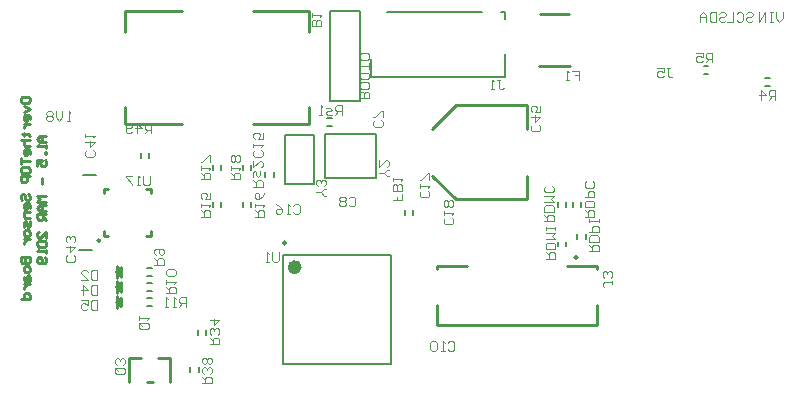
<source format=gbo>
G04*
G04 #@! TF.GenerationSoftware,Altium Limited,CircuitStudio,1.5.2 (1.5.2.30)*
G04*
G04 Layer_Color=13948096*
%FSAX24Y24*%
%MOIN*%
G70*
G01*
G75*
%ADD81C,0.0100*%
%ADD82C,0.0079*%
%ADD83C,0.0030*%
%ADD84C,0.0040*%
%ADD162C,0.0098*%
%ADD163C,0.0236*%
D81*
X028763Y016492D02*
G03*
X028763Y016492I-000044J000000D01*
G01*
X012846Y017055D02*
G03*
X012846Y017055I-000041J000000D01*
G01*
X013539Y014862D02*
G03*
X013402Y015000I-000138J000000D01*
G01*
D02*
G03*
X013539Y015138I000000J000138D01*
G01*
Y015361D02*
G03*
X013400Y015500I-000139J000000D01*
G01*
D02*
G03*
X013539Y015639I000000J000139D01*
G01*
Y015861D02*
G03*
X013400Y016000I-000139J000000D01*
G01*
D02*
G03*
X013539Y016139I000000J000139D01*
G01*
X024093Y014228D02*
X024093Y014917D01*
X024093Y014228D02*
X029407D01*
X029407Y014917D02*
X029407Y014228D01*
X029407Y016098D02*
Y016197D01*
X024093Y016098D02*
Y016197D01*
X025077D01*
X028423D02*
X029407D01*
X027488Y022864D02*
X028512D01*
X027508Y024616D02*
X028492D01*
X013461Y015000D02*
X013539D01*
Y014862D02*
Y015000D01*
Y014862D02*
Y015138D01*
Y015843D02*
Y016157D01*
Y015843D02*
Y016000D01*
X013461D02*
X013539D01*
Y015343D02*
Y015657D01*
Y015343D02*
Y015500D01*
X013461D02*
X013539D01*
X027075Y020787D02*
Y021575D01*
X024713D02*
X027075D01*
X023925Y020787D02*
X024713Y021575D01*
X023925Y019213D02*
X024713Y018425D01*
X027075D01*
Y019213D01*
X013679Y024718D02*
X015569D01*
X013679Y024010D02*
Y024718D01*
X017931D02*
X019821D01*
Y024010D02*
Y024718D01*
Y020939D02*
Y021490D01*
X017931Y020939D02*
X019821D01*
X013679D02*
X015569D01*
X013679D02*
Y021490D01*
X012963Y017213D02*
X013120D01*
X012963D02*
Y017370D01*
X014380Y017213D02*
X014537D01*
Y017370D01*
Y018630D02*
Y018787D01*
X014380D02*
X014537D01*
X012963D02*
X013120D01*
X012963Y018630D02*
Y018787D01*
X013811Y013144D02*
X014205D01*
X013811Y012356D02*
Y013144D01*
X014402Y012356D02*
X014598D01*
X014795Y013144D02*
X015189D01*
Y012356D02*
Y013144D01*
X013400Y015000D02*
X013402D01*
X013400D02*
X013402D01*
X013400Y014800D02*
Y015200D01*
Y015300D02*
Y015700D01*
X013539Y015843D02*
Y015861D01*
X013400Y015800D02*
Y016200D01*
X010200Y021700D02*
Y021800D01*
X010250Y021850D01*
X010450D01*
X010500Y021800D01*
Y021700D01*
X010450Y021650D01*
X010250D01*
X010200Y021700D01*
X010300Y021550D02*
X010500Y021450D01*
X010300Y021350D01*
X010500Y021100D02*
Y021200D01*
X010450Y021250D01*
X010350D01*
X010300Y021200D01*
Y021100D01*
X010350Y021050D01*
X010400D01*
Y021250D01*
X010300Y020950D02*
X010500D01*
X010400D01*
X010350Y020900D01*
X010300Y020850D01*
Y020800D01*
X010250Y020600D02*
X010300D01*
Y020650D01*
Y020550D01*
Y020600D01*
X010450D01*
X010500Y020550D01*
X010200Y020400D02*
X010500D01*
X010350D01*
X010300Y020350D01*
Y020251D01*
X010350Y020201D01*
X010500D01*
Y019951D02*
Y020051D01*
X010450Y020101D01*
X010350D01*
X010300Y020051D01*
Y019951D01*
X010350Y019901D01*
X010400D01*
Y020101D01*
X010200Y019801D02*
Y019601D01*
Y019701D01*
X010500D01*
X010200Y019351D02*
Y019451D01*
X010250Y019501D01*
X010450D01*
X010500Y019451D01*
Y019351D01*
X010450Y019301D01*
X010250D01*
X010200Y019351D01*
X010500Y019201D02*
X010200D01*
Y019051D01*
X010250Y019001D01*
X010350D01*
X010400Y019051D01*
Y019201D01*
X010250Y018401D02*
X010200Y018451D01*
Y018551D01*
X010250Y018601D01*
X010300D01*
X010350Y018551D01*
Y018451D01*
X010400Y018401D01*
X010450D01*
X010500Y018451D01*
Y018551D01*
X010450Y018601D01*
X010500Y018151D02*
Y018251D01*
X010450Y018301D01*
X010350D01*
X010300Y018251D01*
Y018151D01*
X010350Y018101D01*
X010400D01*
Y018301D01*
X010500Y018001D02*
X010300D01*
Y017851D01*
X010350Y017801D01*
X010500D01*
Y017701D02*
Y017551D01*
X010450Y017501D01*
X010400Y017551D01*
Y017651D01*
X010350Y017701D01*
X010300Y017651D01*
Y017501D01*
X010500Y017351D02*
Y017251D01*
X010450Y017201D01*
X010350D01*
X010300Y017251D01*
Y017351D01*
X010350Y017401D01*
X010450D01*
X010500Y017351D01*
X010300Y017102D02*
X010500D01*
X010400D01*
X010350Y017052D01*
X010300Y017002D01*
Y016952D01*
X010200Y016502D02*
X010500D01*
Y016352D01*
X010450Y016302D01*
X010400D01*
X010350Y016352D01*
Y016502D01*
Y016352D01*
X010300Y016302D01*
X010250D01*
X010200Y016352D01*
Y016502D01*
X010500Y016152D02*
Y016052D01*
X010450Y016002D01*
X010350D01*
X010300Y016052D01*
Y016152D01*
X010350Y016202D01*
X010450D01*
X010500Y016152D01*
X010300Y015852D02*
Y015752D01*
X010350Y015702D01*
X010500D01*
Y015852D01*
X010450Y015902D01*
X010400Y015852D01*
Y015702D01*
X010300Y015602D02*
X010500D01*
X010400D01*
X010350Y015552D01*
X010300Y015502D01*
Y015452D01*
X010200Y015102D02*
X010500D01*
Y015252D01*
X010450Y015302D01*
X010350D01*
X010300Y015252D01*
Y015102D01*
X011050Y020550D02*
X010850D01*
X010750Y020450D01*
X010850Y020350D01*
X011050D01*
X010900D01*
Y020550D01*
X011050Y020250D02*
Y020150D01*
Y020200D01*
X010750D01*
X010800Y020250D01*
X011050Y020000D02*
X011000D01*
Y019950D01*
X011050D01*
Y020000D01*
X010750Y019550D02*
Y019750D01*
X010900D01*
X010850Y019650D01*
Y019600D01*
X010900Y019550D01*
X011000D01*
X011050Y019600D01*
Y019700D01*
X011000Y019750D01*
X010900Y019150D02*
Y018951D01*
X011050Y018551D02*
X010750D01*
X010850Y018451D01*
X010750Y018351D01*
X011050D01*
Y018251D02*
X010850D01*
X010750Y018151D01*
X010850Y018051D01*
X011050D01*
X010900D01*
Y018251D01*
X011050Y017951D02*
X010750D01*
Y017801D01*
X010800Y017751D01*
X010900D01*
X010950Y017801D01*
Y017951D01*
Y017851D02*
X011050Y017751D01*
Y017151D02*
Y017351D01*
X010850Y017151D01*
X010800D01*
X010750Y017201D01*
Y017301D01*
X010800Y017351D01*
Y017051D02*
X010750Y017001D01*
Y016901D01*
X010800Y016851D01*
X011000D01*
X011050Y016901D01*
Y017001D01*
X011000Y017051D01*
X010800D01*
X011050Y016751D02*
Y016651D01*
Y016701D01*
X010750D01*
X010800Y016751D01*
X011000Y016501D02*
X011050Y016451D01*
Y016351D01*
X011000Y016301D01*
X010800D01*
X010750Y016351D01*
Y016451D01*
X010800Y016501D01*
X010850D01*
X010900Y016451D01*
Y016301D01*
D82*
X022049Y019136D02*
Y020593D01*
X020356D02*
X022049D01*
X020356Y019136D02*
Y020593D01*
Y019136D02*
X021385D01*
X021021D02*
X022049D01*
X018939Y016561D02*
X022561D01*
X018939Y012939D02*
X022561D01*
X018939D02*
Y016561D01*
X022561Y012939D02*
Y016561D01*
X014212Y019821D02*
Y019979D01*
X014488Y019821D02*
Y019979D01*
X021500Y021700D02*
X021500Y024700D01*
X020500Y021700D02*
X021500D01*
X020500Y024700D02*
X020500Y021700D01*
X020500Y024700D02*
X021500D01*
X022425Y024665D02*
X025575D01*
X026362Y024429D02*
Y024665D01*
X026205D02*
X026362D01*
Y022500D02*
Y023287D01*
X021874Y022500D02*
X026362D01*
X021874D02*
Y023091D01*
X012283Y019250D02*
X012717D01*
X012133Y016750D02*
X012567D01*
X023012Y017921D02*
Y018079D01*
X023288Y017921D02*
Y018079D01*
X035021Y022488D02*
X035179D01*
X035021Y022212D02*
X035179D01*
X032971Y022888D02*
X033129D01*
X032971Y022612D02*
X033129D01*
X014421Y016138D02*
X014579D01*
X014421Y015862D02*
X014579D01*
X014421Y015638D02*
X014579D01*
X014421Y015362D02*
X014579D01*
X014421Y015138D02*
X014579D01*
X014421Y014862D02*
X014579D01*
X016612Y018171D02*
Y018329D01*
X016888Y018171D02*
Y018329D01*
X017612Y018171D02*
Y018329D01*
X017888Y018171D02*
Y018329D01*
X016612Y019421D02*
Y019579D01*
X016888Y019421D02*
Y019579D01*
X017612Y019421D02*
Y019579D01*
X017888Y019421D02*
Y019579D01*
X016112Y013921D02*
Y014079D01*
X016388Y013921D02*
Y014079D01*
X015862Y012671D02*
Y012829D01*
X016138Y012671D02*
Y012829D01*
X028112Y018171D02*
Y018329D01*
X028388Y018171D02*
X028388Y018329D01*
Y016864D02*
X028388Y017021D01*
X028112Y016864D02*
Y017021D01*
X028612Y018171D02*
Y018329D01*
X028888Y018171D02*
Y018329D01*
X029038Y017121D02*
Y017279D01*
X028762Y017121D02*
Y017279D01*
X020421Y021138D02*
X020579D01*
X020421Y020862D02*
X020579D01*
X018638Y019171D02*
Y019329D01*
X018362Y019171D02*
Y019329D01*
X019028Y020577D02*
X019972D01*
X019028Y018923D02*
Y020577D01*
Y018923D02*
X019972D01*
Y020577D01*
D83*
X022470Y019200D02*
X022417D01*
X022310Y019307D01*
X022417Y019413D01*
X022470D01*
X022310Y019307D02*
X022150D01*
Y019733D02*
Y019520D01*
X022363Y019733D01*
X022417D01*
X022470Y019680D01*
Y019573D01*
X022417Y019520D01*
X031737Y022820D02*
X031843D01*
X031790D01*
Y022553D01*
X031843Y022500D01*
X031897D01*
X031950Y022553D01*
X031417Y022820D02*
X031630D01*
Y022660D01*
X031523Y022713D01*
X031470D01*
X031417Y022660D01*
Y022553D01*
X031470Y022500D01*
X031577D01*
X031630Y022553D01*
X018800Y016670D02*
Y016403D01*
X018747Y016350D01*
X018640D01*
X018587Y016403D01*
Y016670D01*
X018480Y016350D02*
X018373D01*
X018427D01*
Y016670D01*
X018480Y016617D01*
X029920Y015713D02*
Y015607D01*
Y015660D01*
X029653D01*
X029600Y015607D01*
Y015553D01*
X029653Y015500D01*
X029867Y015820D02*
X029920Y015873D01*
Y015980D01*
X029867Y016033D01*
X029813D01*
X029760Y015980D01*
Y015927D01*
Y015980D01*
X029707Y016033D01*
X029653D01*
X029600Y015980D01*
Y015873D01*
X029653Y015820D01*
X028587Y022720D02*
X028800D01*
Y022560D01*
X028693D01*
X028800D01*
Y022400D01*
X028480D02*
X028373D01*
X028427D01*
Y022720D01*
X028480Y022667D01*
X012750Y015070D02*
Y014750D01*
X012590D01*
X012537Y014803D01*
Y015017D01*
X012590Y015070D01*
X012750D01*
X012217D02*
X012430D01*
Y014910D01*
X012323Y014963D01*
X012270D01*
X012217Y014910D01*
Y014803D01*
X012270Y014750D01*
X012377D01*
X012430Y014803D01*
X012750Y016070D02*
Y015750D01*
X012590D01*
X012537Y015803D01*
Y016017D01*
X012590Y016070D01*
X012750D01*
X012217Y015750D02*
X012430D01*
X012217Y015963D01*
Y016017D01*
X012270Y016070D01*
X012377D01*
X012430Y016017D01*
X012750Y015570D02*
Y015250D01*
X012590D01*
X012537Y015303D01*
Y015517D01*
X012590Y015570D01*
X012750D01*
X012270Y015250D02*
Y015570D01*
X012430Y015410D01*
X012217D01*
X021820Y021800D02*
X021500D01*
Y021960D01*
X021553Y022013D01*
X021607D01*
X021660Y021960D01*
Y021800D01*
Y021960D01*
X021713Y022013D01*
X021767D01*
X021820Y021960D01*
Y021800D01*
Y022280D02*
Y022173D01*
X021767Y022120D01*
X021553D01*
X021500Y022173D01*
Y022280D01*
X021553Y022333D01*
X021767D01*
X021820Y022280D01*
Y022600D02*
Y022493D01*
X021767Y022440D01*
X021553D01*
X021500Y022493D01*
Y022600D01*
X021553Y022653D01*
X021767D01*
X021820Y022600D01*
Y022760D02*
Y022973D01*
Y022866D01*
X021500D01*
X021767Y023080D02*
X021820Y023133D01*
Y023240D01*
X021767Y023293D01*
X021553D01*
X021500Y023240D01*
Y023133D01*
X021553Y023080D01*
X021767D01*
X027467Y020913D02*
X027520Y020860D01*
Y020753D01*
X027467Y020700D01*
X027253D01*
X027200Y020753D01*
Y020860D01*
X027253Y020913D01*
X027200Y021180D02*
X027520D01*
X027360Y021020D01*
Y021233D01*
X027520Y021553D02*
Y021340D01*
X027360D01*
X027413Y021446D01*
Y021500D01*
X027360Y021553D01*
X027253D01*
X027200Y021500D01*
Y021393D01*
X027253Y021340D01*
X020220Y024200D02*
X019900D01*
Y024360D01*
X019953Y024413D01*
X020007D01*
X020060Y024360D01*
Y024200D01*
Y024360D01*
X020113Y024413D01*
X020167D01*
X020220Y024360D01*
Y024200D01*
X019900Y024520D02*
Y024627D01*
Y024573D01*
X020220D01*
X020167Y024520D01*
X014498Y019222D02*
Y018955D01*
X014445Y018902D01*
X014338D01*
X014285Y018955D01*
Y019222D01*
X014178Y018902D02*
X014072D01*
X014125D01*
Y019222D01*
X014178Y019169D01*
X013912Y019222D02*
X013698D01*
Y019169D01*
X013912Y018955D01*
Y018902D01*
X026087Y022420D02*
X026193D01*
X026140D01*
Y022153D01*
X026193Y022100D01*
X026247D01*
X026300Y022153D01*
X025980Y022100D02*
X025873D01*
X025927D01*
Y022420D01*
X025980Y022367D01*
X022217Y021063D02*
X022270Y021010D01*
Y020903D01*
X022217Y020850D01*
X022003D01*
X021950Y020903D01*
Y021010D01*
X022003Y021063D01*
X022270Y021170D02*
Y021383D01*
X022217D01*
X022003Y021170D01*
X021950D01*
X021137Y018467D02*
X021190Y018520D01*
X021297D01*
X021350Y018467D01*
Y018253D01*
X021297Y018200D01*
X021190D01*
X021137Y018253D01*
X021030Y018467D02*
X020977Y018520D01*
X020870D01*
X020817Y018467D01*
Y018413D01*
X020870Y018360D01*
X020817Y018307D01*
Y018253D01*
X020870Y018200D01*
X020977D01*
X021030Y018253D01*
Y018307D01*
X020977Y018360D01*
X021030Y018413D01*
Y018467D01*
X020977Y018360D02*
X020870D01*
X024437Y013644D02*
X024490Y013697D01*
X024597D01*
X024650Y013644D01*
Y013431D01*
X024597Y013377D01*
X024490D01*
X024437Y013431D01*
X024330Y013377D02*
X024223D01*
X024277D01*
Y013697D01*
X024330Y013644D01*
X024064D02*
X024010Y013697D01*
X023904D01*
X023850Y013644D01*
Y013431D01*
X023904Y013377D01*
X024010D01*
X024064Y013431D01*
Y013644D01*
X018217Y020063D02*
X018270Y020010D01*
Y019903D01*
X018217Y019850D01*
X018003D01*
X017950Y019903D01*
Y020010D01*
X018003Y020063D01*
X017950Y020170D02*
Y020277D01*
Y020223D01*
X018270D01*
X018217Y020170D01*
X018270Y020650D02*
Y020436D01*
X018110D01*
X018163Y020543D01*
Y020596D01*
X018110Y020650D01*
X018003D01*
X017950Y020596D01*
Y020490D01*
X018003Y020436D01*
X019287Y018217D02*
X019340Y018270D01*
X019447D01*
X019500Y018217D01*
Y018003D01*
X019447Y017950D01*
X019340D01*
X019287Y018003D01*
X019180Y017950D02*
X019073D01*
X019127D01*
Y018270D01*
X019180Y018217D01*
X018700Y018270D02*
X018807Y018217D01*
X018914Y018110D01*
Y018003D01*
X018860Y017950D01*
X018754D01*
X018700Y018003D01*
Y018057D01*
X018754Y018110D01*
X018914D01*
X023767Y018713D02*
X023820Y018660D01*
Y018553D01*
X023767Y018500D01*
X023553D01*
X023500Y018553D01*
Y018660D01*
X023553Y018713D01*
X023500Y018820D02*
Y018927D01*
Y018873D01*
X023820D01*
X023767Y018820D01*
X023820Y019086D02*
Y019300D01*
X023767D01*
X023553Y019086D01*
X023500D01*
X024567Y017813D02*
X024620Y017760D01*
Y017653D01*
X024567Y017600D01*
X024353D01*
X024300Y017653D01*
Y017760D01*
X024353Y017813D01*
X024300Y017920D02*
Y018027D01*
Y017973D01*
X024620D01*
X024567Y017920D01*
Y018186D02*
X024620Y018240D01*
Y018346D01*
X024567Y018400D01*
X024513D01*
X024460Y018346D01*
X024407Y018400D01*
X024353D01*
X024300Y018346D01*
Y018240D01*
X024353Y018186D01*
X024407D01*
X024460Y018240D01*
X024513Y018186D01*
X024567D01*
X024460Y018240D02*
Y018346D01*
X012617Y020063D02*
X012670Y020010D01*
Y019903D01*
X012617Y019850D01*
X012403D01*
X012350Y019903D01*
Y020010D01*
X012403Y020063D01*
X012350Y020330D02*
X012670D01*
X012510Y020170D01*
Y020383D01*
X012350Y020490D02*
Y020596D01*
Y020543D01*
X012670D01*
X012617Y020490D01*
X011967Y016563D02*
X012020Y016510D01*
Y016403D01*
X011967Y016350D01*
X011753D01*
X011700Y016403D01*
Y016510D01*
X011753Y016563D01*
X011700Y016830D02*
X012020D01*
X011860Y016670D01*
Y016883D01*
X011967Y016990D02*
X012020Y017043D01*
Y017150D01*
X011967Y017203D01*
X011913D01*
X011860Y017150D01*
Y017096D01*
Y017150D01*
X011807Y017203D01*
X011753D01*
X011700Y017150D01*
Y017043D01*
X011753Y016990D01*
X022920Y018613D02*
Y018400D01*
X022760D01*
Y018507D01*
Y018400D01*
X022600D01*
X022920Y018720D02*
X022600D01*
Y018880D01*
X022653Y018933D01*
X022707D01*
X022760Y018880D01*
Y018720D01*
Y018880D01*
X022813Y018933D01*
X022867D01*
X022920Y018880D01*
Y018720D01*
X022600Y019040D02*
Y019146D01*
Y019093D01*
X022920D01*
X022867Y019040D01*
X014203Y014313D02*
X014417D01*
X014470Y014260D01*
Y014153D01*
X014417Y014100D01*
X014203D01*
X014150Y014153D01*
Y014260D01*
X014257Y014207D02*
X014150Y014313D01*
Y014260D02*
X014203Y014313D01*
X014150Y014420D02*
Y014527D01*
Y014473D01*
X014470D01*
X014417Y014420D01*
X013403Y012813D02*
X013617D01*
X013670Y012760D01*
Y012653D01*
X013617Y012600D01*
X013403D01*
X013350Y012653D01*
Y012760D01*
X013457Y012707D02*
X013350Y012813D01*
Y012760D02*
X013403Y012813D01*
X013617Y012920D02*
X013670Y012973D01*
Y013080D01*
X013617Y013133D01*
X013563D01*
X013510Y013080D01*
Y013027D01*
Y013080D01*
X013457Y013133D01*
X013403D01*
X013350Y013080D01*
Y012973D01*
X013403Y012920D01*
X035350Y021750D02*
Y022070D01*
X035190D01*
X035137Y022017D01*
Y021910D01*
X035190Y021857D01*
X035350D01*
X035243D02*
X035137Y021750D01*
X034870D02*
Y022070D01*
X035030Y021910D01*
X034817D01*
X033250Y023000D02*
Y023320D01*
X033090D01*
X033037Y023267D01*
Y023160D01*
X033090Y023107D01*
X033250D01*
X033143D02*
X033037Y023000D01*
X032717Y023320D02*
X032930D01*
Y023160D01*
X032823Y023213D01*
X032770D01*
X032717Y023160D01*
Y023053D01*
X032770Y023000D01*
X032877D01*
X032930Y023053D01*
X014650Y016250D02*
X014970D01*
Y016410D01*
X014917Y016463D01*
X014810D01*
X014757Y016410D01*
Y016250D01*
Y016357D02*
X014650Y016463D01*
X014703Y016570D02*
X014650Y016623D01*
Y016730D01*
X014703Y016783D01*
X014917D01*
X014970Y016730D01*
Y016623D01*
X014917Y016570D01*
X014863D01*
X014810Y016623D01*
Y016783D01*
X015050Y015300D02*
X015370D01*
Y015460D01*
X015317Y015513D01*
X015210D01*
X015157Y015460D01*
Y015300D01*
Y015407D02*
X015050Y015513D01*
Y015620D02*
Y015727D01*
Y015673D01*
X015370D01*
X015317Y015620D01*
Y015886D02*
X015370Y015940D01*
Y016046D01*
X015317Y016100D01*
X015103D01*
X015050Y016046D01*
Y015940D01*
X015103Y015886D01*
X015317D01*
X015700Y014850D02*
Y015170D01*
X015540D01*
X015487Y015117D01*
Y015010D01*
X015540Y014957D01*
X015700D01*
X015593D02*
X015487Y014850D01*
X015380D02*
X015273D01*
X015327D01*
Y015170D01*
X015380Y015117D01*
X015114Y014850D02*
X015007D01*
X015060D01*
Y015170D01*
X015114Y015117D01*
X016200Y017850D02*
X016520D01*
Y018010D01*
X016467Y018063D01*
X016360D01*
X016307Y018010D01*
Y017850D01*
Y017957D02*
X016200Y018063D01*
Y018170D02*
Y018277D01*
Y018223D01*
X016520D01*
X016467Y018170D01*
X016520Y018650D02*
Y018436D01*
X016360D01*
X016413Y018543D01*
Y018596D01*
X016360Y018650D01*
X016253D01*
X016200Y018596D01*
Y018490D01*
X016253Y018436D01*
X018000Y017850D02*
X018320D01*
Y018010D01*
X018267Y018063D01*
X018160D01*
X018107Y018010D01*
Y017850D01*
Y017957D02*
X018000Y018063D01*
Y018170D02*
Y018277D01*
Y018223D01*
X018320D01*
X018267Y018170D01*
X018320Y018650D02*
X018267Y018543D01*
X018160Y018436D01*
X018053D01*
X018000Y018490D01*
Y018596D01*
X018053Y018650D01*
X018107D01*
X018160Y018596D01*
Y018436D01*
X016200Y019100D02*
X016520D01*
Y019260D01*
X016467Y019313D01*
X016360D01*
X016307Y019260D01*
Y019100D01*
Y019207D02*
X016200Y019313D01*
Y019420D02*
Y019527D01*
Y019473D01*
X016520D01*
X016467Y019420D01*
X016520Y019686D02*
Y019900D01*
X016467D01*
X016253Y019686D01*
X016200D01*
X017200Y019100D02*
X017520D01*
Y019260D01*
X017467Y019313D01*
X017360D01*
X017307Y019260D01*
Y019100D01*
Y019207D02*
X017200Y019313D01*
Y019420D02*
Y019527D01*
Y019473D01*
X017520D01*
X017467Y019420D01*
Y019686D02*
X017520Y019740D01*
Y019846D01*
X017467Y019900D01*
X017413D01*
X017360Y019846D01*
X017307Y019900D01*
X017253D01*
X017200Y019846D01*
Y019740D01*
X017253Y019686D01*
X017307D01*
X017360Y019740D01*
X017413Y019686D01*
X017467D01*
X017360Y019740D02*
Y019846D01*
X016500Y013600D02*
X016820D01*
Y013760D01*
X016767Y013813D01*
X016660D01*
X016607Y013760D01*
Y013600D01*
Y013707D02*
X016500Y013813D01*
X016767Y013920D02*
X016820Y013973D01*
Y014080D01*
X016767Y014133D01*
X016713D01*
X016660Y014080D01*
Y014027D01*
Y014080D01*
X016607Y014133D01*
X016553D01*
X016500Y014080D01*
Y013973D01*
X016553Y013920D01*
X016500Y014400D02*
X016820D01*
X016660Y014240D01*
Y014453D01*
X016250Y012300D02*
X016570D01*
Y012460D01*
X016517Y012513D01*
X016410D01*
X016357Y012460D01*
Y012300D01*
Y012407D02*
X016250Y012513D01*
X016517Y012620D02*
X016570Y012673D01*
Y012780D01*
X016517Y012833D01*
X016463D01*
X016410Y012780D01*
Y012727D01*
Y012780D01*
X016357Y012833D01*
X016303D01*
X016250Y012780D01*
Y012673D01*
X016303Y012620D01*
X016517Y012940D02*
X016570Y012993D01*
Y013100D01*
X016517Y013153D01*
X016463D01*
X016410Y013100D01*
X016357Y013153D01*
X016303D01*
X016250Y013100D01*
Y012993D01*
X016303Y012940D01*
X016357D01*
X016410Y012993D01*
X016463Y012940D01*
X016517D01*
X016410Y012993D02*
Y013100D01*
X027650Y017700D02*
X027970D01*
Y017860D01*
X027917Y017913D01*
X027810D01*
X027757Y017860D01*
Y017700D01*
Y017807D02*
X027650Y017913D01*
X027970Y018020D02*
X027650D01*
Y018180D01*
X027703Y018233D01*
X027917D01*
X027970Y018180D01*
Y018020D01*
X027650Y018340D02*
X027970D01*
X027863Y018446D01*
X027970Y018553D01*
X027650D01*
X027917Y018873D02*
X027970Y018820D01*
Y018713D01*
X027917Y018660D01*
X027703D01*
X027650Y018713D01*
Y018820D01*
X027703Y018873D01*
X027700Y016450D02*
X028020D01*
Y016610D01*
X027967Y016663D01*
X027860D01*
X027807Y016610D01*
Y016450D01*
Y016557D02*
X027700Y016663D01*
X028020Y016770D02*
X027700D01*
Y016930D01*
X027753Y016983D01*
X027967D01*
X028020Y016930D01*
Y016770D01*
X027700Y017090D02*
X028020D01*
X027913Y017196D01*
X028020Y017303D01*
X027700D01*
X028020Y017410D02*
Y017516D01*
Y017463D01*
X027700D01*
Y017410D01*
Y017516D01*
X029000Y017850D02*
X029320D01*
Y018010D01*
X029267Y018063D01*
X029160D01*
X029107Y018010D01*
Y017850D01*
Y017957D02*
X029000Y018063D01*
X029320Y018170D02*
X029000D01*
Y018330D01*
X029053Y018383D01*
X029267D01*
X029320Y018330D01*
Y018170D01*
X029000Y018490D02*
X029320D01*
Y018650D01*
X029267Y018703D01*
X029160D01*
X029107Y018650D01*
Y018490D01*
X029267Y019023D02*
X029320Y018970D01*
Y018863D01*
X029267Y018810D01*
X029053D01*
X029000Y018863D01*
Y018970D01*
X029053Y019023D01*
X029150Y016700D02*
X029470D01*
Y016860D01*
X029417Y016913D01*
X029310D01*
X029257Y016860D01*
Y016700D01*
Y016807D02*
X029150Y016913D01*
X029470Y017020D02*
X029150D01*
Y017180D01*
X029203Y017233D01*
X029417D01*
X029470Y017180D01*
Y017020D01*
X029150Y017340D02*
X029470D01*
Y017500D01*
X029417Y017553D01*
X029310D01*
X029257Y017500D01*
Y017340D01*
X029470Y017660D02*
Y017766D01*
Y017713D01*
X029150D01*
Y017660D01*
Y017766D01*
X020900Y021250D02*
Y021570D01*
X020740D01*
X020687Y021517D01*
Y021410D01*
X020740Y021357D01*
X020900D01*
X020793D02*
X020687Y021250D01*
X020580D02*
X020420D01*
X020367Y021303D01*
X020420Y021357D01*
X020527D01*
X020580Y021410D01*
X020527Y021463D01*
X020367D01*
X020260Y021250D02*
X020154D01*
X020207D01*
Y021570D01*
X020260Y021517D01*
X017950Y018850D02*
X018270D01*
Y019010D01*
X018217Y019063D01*
X018110D01*
X018057Y019010D01*
Y018850D01*
Y018957D02*
X017950Y019063D01*
Y019170D02*
Y019330D01*
X018003Y019383D01*
X018057Y019330D01*
Y019223D01*
X018110Y019170D01*
X018163Y019223D01*
Y019383D01*
X017950Y019703D02*
Y019490D01*
X018163Y019703D01*
X018217D01*
X018270Y019650D01*
Y019543D01*
X018217Y019490D01*
X020370Y018550D02*
X020317D01*
X020210Y018657D01*
X020317Y018763D01*
X020370D01*
X020210Y018657D02*
X020050D01*
X020317Y018870D02*
X020370Y018923D01*
Y019030D01*
X020317Y019083D01*
X020263D01*
X020210Y019030D01*
Y018977D01*
Y019030D01*
X020157Y019083D01*
X020103D01*
X020050Y019030D01*
Y018923D01*
X020103Y018870D01*
D84*
X035600Y024670D02*
Y024457D01*
X035493Y024350D01*
X035387Y024457D01*
Y024670D01*
X035280D02*
X035173D01*
X035227D01*
Y024350D01*
X035280D01*
X035173D01*
X035014D02*
Y024670D01*
X034800Y024350D01*
Y024670D01*
X014550Y020630D02*
Y020950D01*
X014390D01*
X014337Y020897D01*
Y020790D01*
X014390Y020737D01*
X014550D01*
X014443D02*
X014337Y020630D01*
X014070D02*
Y020950D01*
X014230Y020790D01*
X014017D01*
X013910Y020683D02*
X013857Y020630D01*
X013750D01*
X013697Y020683D01*
Y020897D01*
X013750Y020950D01*
X013857D01*
X013910Y020897D01*
Y020843D01*
X013857Y020790D01*
X013697D01*
X011850Y021050D02*
X011743D01*
X011797D01*
Y021370D01*
X011850Y021317D01*
X011583Y021370D02*
Y021157D01*
X011477Y021050D01*
X011370Y021157D01*
Y021370D01*
X011264Y021317D02*
X011210Y021370D01*
X011104D01*
X011050Y021317D01*
Y021263D01*
X011104Y021210D01*
X011050Y021157D01*
Y021103D01*
X011104Y021050D01*
X011210D01*
X011264Y021103D01*
Y021157D01*
X011210Y021210D01*
X011264Y021263D01*
Y021317D01*
X011210Y021210D02*
X011104D01*
X034387Y024617D02*
X034440Y024670D01*
X034547D01*
X034600Y024617D01*
Y024563D01*
X034547Y024510D01*
X034440D01*
X034387Y024457D01*
Y024403D01*
X034440Y024350D01*
X034547D01*
X034600Y024403D01*
X034067Y024617D02*
X034120Y024670D01*
X034227D01*
X034280Y024617D01*
Y024403D01*
X034227Y024350D01*
X034120D01*
X034067Y024403D01*
X033960Y024670D02*
Y024350D01*
X033747D01*
X033487Y024617D02*
X033540Y024670D01*
X033647D01*
X033700Y024617D01*
Y024563D01*
X033647Y024510D01*
X033540D01*
X033487Y024457D01*
Y024403D01*
X033540Y024350D01*
X033647D01*
X033700Y024403D01*
X033380Y024670D02*
Y024350D01*
X033220D01*
X033167Y024403D01*
Y024617D01*
X033220Y024670D01*
X033380D01*
X033060Y024350D02*
Y024563D01*
X032954Y024670D01*
X032847Y024563D01*
Y024350D01*
Y024510D01*
X033060D01*
D162*
X019047Y016974D02*
G03*
X019047Y016974I-000049J000000D01*
G01*
D163*
X019451Y016167D02*
G03*
X019451Y016167I-000118J000000D01*
G01*
M02*

</source>
